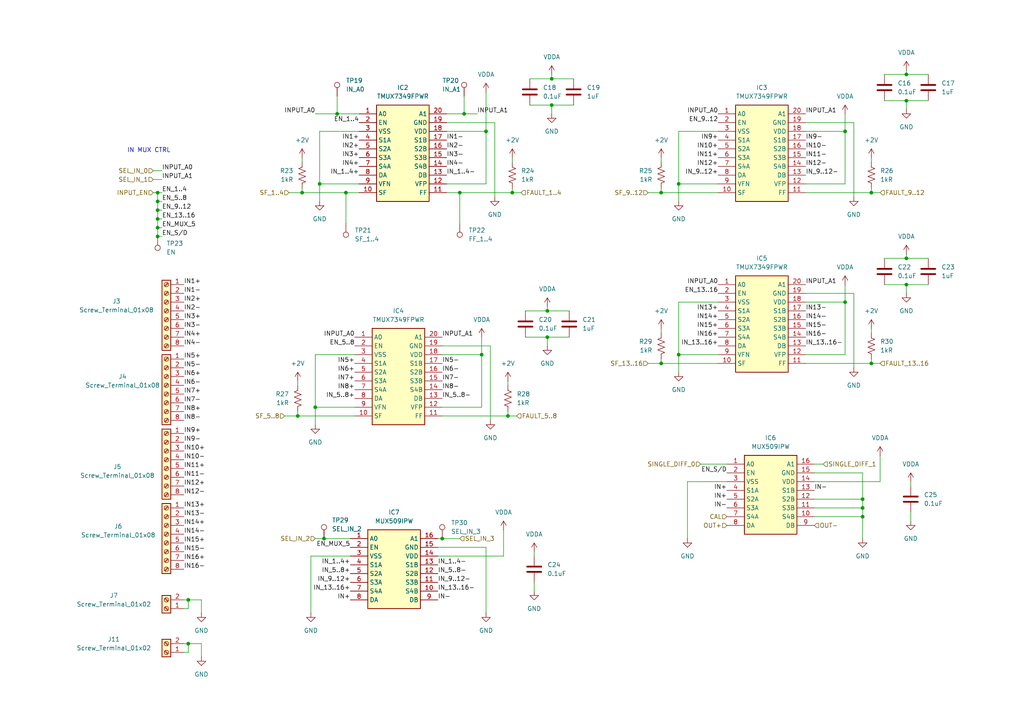
<source format=kicad_sch>
(kicad_sch (version 20250114) (generator "eeschema") (generator_version "9.0")
  (paper "A4")
  (lib_symbols
    (symbol "Connector:Screw_Terminal_01x02" (pin_names (offset 1.016) (hide yes))
      (property "Reference" "J" (at 0 2.54 0))
      (property "Value" "Screw_Terminal_01x02" (at 0 -5.08 0))
      (symbol "Screw_Terminal_01x02_1_1"
        (rectangle (start -1.27 1.27) (end 1.27 -3.81) (stroke (width 0.254)) (fill (type background)))
        (polyline (pts (xy -0.5334 0.3302) (xy 0.3302 -0.508)) (stroke (width 0.1524)))
        (polyline (pts (xy -0.5334 -2.2098) (xy 0.3302 -3.048)) (stroke (width 0.1524)))
        (polyline (pts (xy -0.3556 0.508) (xy 0.508 -0.3302)) (stroke (width 0.1524)))
        (polyline (pts (xy -0.3556 -2.032) (xy 0.508 -2.8702)) (stroke (width 0.1524)))
        (circle (center 0 0) (radius 0.635) (stroke (width 0.1524)))
        (circle (center 0 -2.54) (radius 0.635) (stroke (width 0.1524)))
        (pin passive line (at -5.08 0 0) (length 3.81) (name "Pin_1") (number "1"))
        (pin passive line (at -5.08 -2.54 0) (length 3.81) (name "Pin_2") (number "2"))
      )
    )
    (symbol "Connector:Screw_Terminal_01x08" (pin_names (offset 1.016) (hide yes))
      (property "Reference" "J" (at 0 10.16 0))
      (property "Value" "Screw_Terminal_01x08" (at 0 -12.7 0))
      (symbol "Screw_Terminal_01x08_1_1"
        (rectangle (start -1.27 8.89) (end 1.27 -11.43) (stroke (width 0.254)) (fill (type background)))
        (polyline (pts (xy -0.5334 7.9502) (xy 0.3302 7.112)) (stroke (width 0.1524)))
        (polyline (pts (xy -0.5334 5.4102) (xy 0.3302 4.572)) (stroke (width 0.1524)))
        (polyline (pts (xy -0.5334 2.8702) (xy 0.3302 2.032)) (stroke (width 0.1524)))
        (polyline (pts (xy -0.5334 0.3302) (xy 0.3302 -0.508)) (stroke (width 0.1524)))
        (polyline (pts (xy -0.5334 -2.2098) (xy 0.3302 -3.048)) (stroke (width 0.1524)))
        (polyline (pts (xy -0.5334 -4.7498) (xy 0.3302 -5.588)) (stroke (width 0.1524)))
        (polyline (pts (xy -0.5334 -7.2898) (xy 0.3302 -8.128)) (stroke (width 0.1524)))
        (polyline (pts (xy -0.5334 -9.8298) (xy 0.3302 -10.668)) (stroke (width 0.1524)))
        (polyline (pts (xy -0.3556 8.128) (xy 0.508 7.2898)) (stroke (width 0.1524)))
        (polyline (pts (xy -0.3556 5.588) (xy 0.508 4.7498)) (stroke (width 0.1524)))
        (polyline (pts (xy -0.3556 3.048) (xy 0.508 2.2098)) (stroke (width 0.1524)))
        (polyline (pts (xy -0.3556 0.508) (xy 0.508 -0.3302)) (stroke (width 0.1524)))
        (polyline (pts (xy -0.3556 -2.032) (xy 0.508 -2.8702)) (stroke (width 0.1524)))
        (polyline (pts (xy -0.3556 -4.572) (xy 0.508 -5.4102)) (stroke (width 0.1524)))
        (polyline (pts (xy -0.3556 -7.112) (xy 0.508 -7.9502)) (stroke (width 0.1524)))
        (polyline (pts (xy -0.3556 -9.652) (xy 0.508 -10.4902)) (stroke (width 0.1524)))
        (circle (center 0 7.62) (radius 0.635) (stroke (width 0.1524)))
        (circle (center 0 5.08) (radius 0.635) (stroke (width 0.1524)))
        (circle (center 0 2.54) (radius 0.635) (stroke (width 0.1524)))
        (circle (center 0 0) (radius 0.635) (stroke (width 0.1524)))
        (circle (center 0 -2.54) (radius 0.635) (stroke (width 0.1524)))
        (circle (center 0 -5.08) (radius 0.635) (stroke (width 0.1524)))
        (circle (center 0 -7.62) (radius 0.635) (stroke (width 0.1524)))
        (circle (center 0 -10.16) (radius 0.635) (stroke (width 0.1524)))
        (pin passive line (at -5.08 7.62 0) (length 3.81) (name "Pin_1") (number "1"))
        (pin passive line (at -5.08 5.08 0) (length 3.81) (name "Pin_2") (number "2"))
        (pin passive line (at -5.08 2.54 0) (length 3.81) (name "Pin_3") (number "3"))
        (pin passive line (at -5.08 0 0) (length 3.81) (name "Pin_4") (number "4"))
        (pin passive line (at -5.08 -2.54 0) (length 3.81) (name "Pin_5") (number "5"))
        (pin passive line (at -5.08 -5.08 0) (length 3.81) (name "Pin_6") (number "6"))
        (pin passive line (at -5.08 -7.62 0) (length 3.81) (name "Pin_7") (number "7"))
        (pin passive line (at -5.08 -10.16 0) (length 3.81) (name "Pin_8") (number "8"))
      )
    )
    (symbol "Connector:TestPoint" (pin_numbers (hide yes)) (pin_names (offset 0.762) (hide yes))
      (property "Reference" "TP" (at 0 6.858 0))
      (property "Value" "TestPoint" (at 0 5.08 0))
      (symbol "TestPoint_0_1"
        (circle (center 0 3.302) (radius 0.762))
      )
      (symbol "TestPoint_1_1"
        (pin passive line (at 0 0 90) (length 2.54) (name "1") (number "1"))
      )
    )
    (symbol "Device:C" (pin_numbers (hide yes)) (pin_names (offset 0.254))
      (property "Reference" "C" (at 0.635 2.54 0))
      (property "Value" "C" (at 0.635 -2.54 0))
      (symbol "C_0_1"
        (polyline (pts (xy -2.032 0.762) (xy 2.032 0.762)) (stroke (width 0.508)))
        (polyline (pts (xy -2.032 -0.762) (xy 2.032 -0.762)) (stroke (width 0.508)))
      )
      (symbol "C_1_1"
        (pin passive line (at 0 3.81 270) (length 2.794) (name "~") (number "1"))
        (pin passive line (at 0 -3.81 90) (length 2.794) (name "~") (number "2"))
      )
    )
    (symbol "Device:R_US" (pin_numbers (hide yes)) (pin_names (offset 0))
      (property "Reference" "R" (at 2.54 0 90))
      (property "Value" "R_US" (at -2.54 0 90))
      (symbol "R_US_0_1"
        (polyline (pts (xy 0 2.286) (xy 0 2.54)))
        (polyline (pts (xy 0 2.286) (xy 1.016 1.905) (xy 0 1.524) (xy -1.016 1.143) (xy 0 0.762)))
        (polyline (pts (xy 0 0.762) (xy 1.016 0.381) (xy 0 0) (xy -1.016 -0.381) (xy 0 -0.762)))
        (polyline (pts (xy 0 -0.762) (xy 1.016 -1.143) (xy 0 -1.524) (xy -1.016 -1.905) (xy 0 -2.286)))
        (polyline (pts (xy 0 -2.286) (xy 0 -2.54)))
      )
      (symbol "R_US_1_1"
        (pin passive line (at 0 3.81 270) (length 1.27) (name "~") (number "1"))
        (pin passive line (at 0 -3.81 90) (length 1.27) (name "~") (number "2"))
      )
    )
    (symbol "TMUX7349FPWR_1"
      (property "Reference" "IC" (at 21.59 7.62 0))
      (property "Value" "TMUX7349FPWR" (at 21.59 5.08 0))
      (symbol "TMUX7349FPWR_1_1_1"
        (rectangle (start 5.08 2.54) (end 20.32 -25.4) (stroke (width 0.254)) (fill (type background)))
        (pin passive line (at 0 0 0) (length 5.08) (name "A0") (number "1"))
        (pin passive line (at 0 -2.54 0) (length 5.08) (name "EN") (number "2"))
        (pin passive line (at 0 -5.08 0) (length 5.08) (name "VSS") (number "3"))
        (pin passive line (at 0 -7.62 0) (length 5.08) (name "S1A") (number "4"))
        (pin passive line (at 0 -10.16 0) (length 5.08) (name "S2A") (number "5"))
        (pin passive line (at 0 -12.7 0) (length 5.08) (name "S3A") (number "6"))
        (pin passive line (at 0 -15.24 0) (length 5.08) (name "S4A") (number "7"))
        (pin passive line (at 0 -17.78 0) (length 5.08) (name "DA") (number "8"))
        (pin passive line (at 0 -20.32 0) (length 5.08) (name "VFN") (number "9"))
        (pin passive line (at 0 -22.86 0) (length 5.08) (name "SF") (number "10"))
        (pin passive line (at 25.4 0 180) (length 5.08) (name "A1") (number "20"))
        (pin passive line (at 25.4 -2.54 180) (length 5.08) (name "GND") (number "19"))
        (pin passive line (at 25.4 -5.08 180) (length 5.08) (name "VDD") (number "18"))
        (pin passive line (at 25.4 -7.62 180) (length 5.08) (name "S1B") (number "17"))
        (pin passive line (at 25.4 -10.16 180) (length 5.08) (name "S2B") (number "16"))
        (pin passive line (at 25.4 -12.7 180) (length 5.08) (name "S3B") (number "15"))
        (pin passive line (at 25.4 -15.24 180) (length 5.08) (name "S4B") (number "14"))
        (pin passive line (at 25.4 -17.78 180) (length 5.08) (name "DB") (number "13"))
        (pin passive line (at 25.4 -20.32 180) (length 5.08) (name "VFP") (number "12"))
        (pin passive line (at 25.4 -22.86 180) (length 5.08) (name "FF") (number "11"))
      )
    )
    (symbol "input_board:+2V" (power) (pin_numbers (hide yes)) (pin_names (offset 0) (hide yes))
      (property "Value" "+2V" (at 0 3.556 0))
      (symbol "+2V_0_1"
        (polyline (pts (xy -0.762 1.27) (xy 0 2.54)))
        (polyline (pts (xy 0 2.54) (xy 0.762 1.27)))
        (polyline (pts (xy 0 0) (xy 0 2.54)))
      )
      (symbol "+2V_1_1"
        (pin power_in line (at 0 0 90) (length 0) (name "~") (number "1"))
      )
    )
    (symbol "input_board:MUX509IPW"
      (property "Reference" "IC" (at 21.59 7.62 0))
      (property "Value" "MUX509IPW" (at 21.59 5.08 0))
      (symbol "MUX509IPW_1_1"
        (rectangle (start 5.08 2.54) (end 20.32 -20.32) (stroke (width 0.254)) (fill (type background)))
        (pin passive line (at 0 0 0) (length 5.08) (name "A0") (number "1"))
        (pin passive line (at 0 -2.54 0) (length 5.08) (name "EN") (number "2"))
        (pin passive line (at 0 -5.08 0) (length 5.08) (name "VSS") (number "3"))
        (pin passive line (at 0 -7.62 0) (length 5.08) (name "S1A") (number "4"))
        (pin passive line (at 0 -10.16 0) (length 5.08) (name "S2A") (number "5"))
        (pin passive line (at 0 -12.7 0) (length 5.08) (name "S3A") (number "6"))
        (pin passive line (at 0 -15.24 0) (length 5.08) (name "S4A") (number "7"))
        (pin passive line (at 0 -17.78 0) (length 5.08) (name "DA") (number "8"))
        (pin passive line (at 25.4 0 180) (length 5.08) (name "A1") (number "16"))
        (pin passive line (at 25.4 -2.54 180) (length 5.08) (name "GND") (number "15"))
        (pin passive line (at 25.4 -5.08 180) (length 5.08) (name "VDD") (number "14"))
        (pin passive line (at 25.4 -7.62 180) (length 5.08) (name "S1B") (number "13"))
        (pin passive line (at 25.4 -10.16 180) (length 5.08) (name "S2B") (number "12"))
        (pin passive line (at 25.4 -12.7 180) (length 5.08) (name "S3B") (number "11"))
        (pin passive line (at 25.4 -15.24 180) (length 5.08) (name "S4B") (number "10"))
        (pin passive line (at 25.4 -17.78 180) (length 5.08) (name "DB") (number "9"))
      )
    )
    (symbol "input_board:TMUX7349FPWR"
      (property "Reference" "IC" (at 21.59 7.62 0))
      (property "Value" "TMUX7349FPWR" (at 21.59 5.08 0))
      (symbol "TMUX7349FPWR_1_1"
        (rectangle (start 5.08 2.54) (end 20.32 -25.4) (stroke (width 0.254)) (fill (type background)))
        (pin passive line (at 0 0 0) (length 5.08) (name "A0") (number "1"))
        (pin passive line (at 0 -2.54 0) (length 5.08) (name "EN") (number "2"))
        (pin passive line (at 0 -5.08 0) (length 5.08) (name "VSS") (number "3"))
        (pin passive line (at 0 -7.62 0) (length 5.08) (name "S1A") (number "4"))
        (pin passive line (at 0 -10.16 0) (length 5.08) (name "S2A") (number "5"))
        (pin passive line (at 0 -12.7 0) (length 5.08) (name "S3A") (number "6"))
        (pin passive line (at 0 -15.24 0) (length 5.08) (name "S4A") (number "7"))
        (pin passive line (at 0 -17.78 0) (length 5.08) (name "DA") (number "8"))
        (pin passive line (at 0 -20.32 0) (length 5.08) (name "VFN") (number "9"))
        (pin passive line (at 0 -22.86 0) (length 5.08) (name "SF") (number "10"))
        (pin passive line (at 25.4 0 180) (length 5.08) (name "A1") (number "20"))
        (pin passive line (at 25.4 -2.54 180) (length 5.08) (name "GND") (number "19"))
        (pin passive line (at 25.4 -5.08 180) (length 5.08) (name "VDD") (number "18"))
        (pin passive line (at 25.4 -7.62 180) (length 5.08) (name "S1B") (number "17"))
        (pin passive line (at 25.4 -10.16 180) (length 5.08) (name "S2B") (number "16"))
        (pin passive line (at 25.4 -12.7 180) (length 5.08) (name "S3B") (number "15"))
        (pin passive line (at 25.4 -15.24 180) (length 5.08) (name "S4B") (number "14"))
        (pin passive line (at 25.4 -17.78 180) (length 5.08) (name "DB") (number "13"))
        (pin passive line (at 25.4 -20.32 180) (length 5.08) (name "VFP") (number "12"))
        (pin passive line (at 25.4 -22.86 180) (length 5.08) (name "FF") (number "11"))
      )
    )
    (symbol "power:GND" (power) (pin_numbers (hide yes)) (pin_names (offset 0) (hide yes))
      (property "Value" "GND" (at 0 -3.81 0))
      (symbol "GND_0_1"
        (polyline (pts (xy 0 0) (xy 0 -1.27) (xy 1.27 -1.27) (xy 0 -2.54) (xy -1.27 -1.27) (xy 0 -1.27)))
      )
      (symbol "GND_1_1"
        (pin power_in line (at 0 0 270) (length 0) (name "~") (number "1"))
      )
    )
    (symbol "power:VDDA" (power) (pin_numbers (hide yes)) (pin_names (offset 0) (hide yes))
      (property "Value" "VDDA" (at 0 3.556 0))
      (symbol "VDDA_0_1"
        (polyline (pts (xy -0.762 1.27) (xy 0 2.54)))
        (polyline (pts (xy 0 2.54) (xy 0.762 1.27)))
        (polyline (pts (xy 0 0) (xy 0 2.54)))
      )
      (symbol "VDDA_1_1"
        (pin power_in line (at 0 0 90) (length 0) (name "~") (number "1"))
      )
    )
  )
  (text "IN MUX CTRL" (at 43.18 43.688 0) (effects (font (size 1.27 1.27))))
  (junction (at 158.75 97.79))
  (junction (at 262.89 21.59))
  (junction (at 97.79 33.02))
  (junction (at 191.77 55.88))
  (junction (at 87.63 55.88))
  (junction (at 191.77 105.41))
  (junction (at 250.19 147.32))
  (junction (at 196.85 102.87))
  (junction (at 45.72 68.58))
  (junction (at 45.72 63.5))
  (junction (at 133.35 55.88))
  (junction (at 140.97 38.1))
  (junction (at 148.59 55.88))
  (junction (at 54.61 173.99))
  (junction (at 262.89 29.21))
  (junction (at 160.02 30.48))
  (junction (at 86.36 120.65))
  (junction (at 45.72 66.04))
  (junction (at 196.85 53.34))
  (junction (at 245.11 87.63))
  (junction (at 160.02 22.86))
  (junction (at 250.19 149.86))
  (junction (at 245.11 38.1))
  (junction (at 91.44 118.11))
  (junction (at 158.75 90.17))
  (junction (at 128.27 156.21))
  (junction (at 139.7 102.87))
  (junction (at 252.73 105.41))
  (junction (at 262.89 74.93))
  (junction (at 93.98 156.21))
  (junction (at 100.33 55.88))
  (junction (at 262.89 82.55))
  (junction (at 45.72 58.42))
  (junction (at 134.62 33.02))
  (junction (at 45.72 55.88))
  (junction (at 92.71 53.34))
  (junction (at 147.32 120.65))
  (junction (at 45.72 60.96))
  (junction (at 54.61 186.69))
  (junction (at 252.73 55.88))
  (junction (at 250.19 144.78))
  (wire (pts (xy 142.24 100.33) (xy 142.24 121.92)))
  (wire (pts (xy 196.85 53.34) (xy 208.28 53.34)))
  (wire (pts (xy 86.36 110.49) (xy 86.36 111.76)))
  (wire (pts (xy 203.2 134.62) (xy 210.82 134.62)))
  (wire (pts (xy 160.02 21.59) (xy 160.02 22.86)))
  (wire (pts (xy 191.77 45.72) (xy 191.77 46.99)))
  (wire (pts (xy 86.36 120.65) (xy 102.87 120.65)))
  (wire (pts (xy 250.19 149.86) (xy 250.19 156.21)))
  (wire (pts (xy 45.72 55.88) (xy 45.72 58.42)))
  (wire (pts (xy 146.05 161.29) (xy 146.05 153.67)))
  (wire (pts (xy 245.11 102.87) (xy 245.11 87.63)))
  (wire (pts (xy 245.11 87.63) (xy 245.11 82.55)))
  (wire (pts (xy 134.62 27.94) (xy 134.62 33.02)))
  (wire (pts (xy 152.4 90.17) (xy 158.75 90.17)))
  (wire (pts (xy 148.59 55.88) (xy 133.35 55.88)))
  (wire (pts (xy 140.97 38.1) (xy 140.97 26.67)))
  (wire (pts (xy 138.43 33.02) (xy 134.62 33.02)))
  (wire (pts (xy 256.54 74.93) (xy 262.89 74.93)))
  (wire (pts (xy 153.67 22.86) (xy 160.02 22.86)))
  (wire (pts (xy 104.14 38.1) (xy 92.71 38.1)))
  (wire (pts (xy 252.73 95.25) (xy 252.73 96.52)))
  (wire (pts (xy 233.68 85.09) (xy 247.65 85.09)))
  (wire (pts (xy 45.72 68.58) (xy 45.72 66.04)))
  (wire (pts (xy 46.99 68.58) (xy 45.72 68.58)))
  (wire (pts (xy 133.35 156.21) (xy 128.27 156.21)))
  (wire (pts (xy 233.68 102.87) (xy 245.11 102.87)))
  (wire (pts (xy 262.89 73.66) (xy 262.89 74.93)))
  (wire (pts (xy 236.22 139.7) (xy 255.27 139.7)))
  (wire (pts (xy 92.71 38.1) (xy 92.71 53.34)))
  (wire (pts (xy 252.73 105.41) (xy 233.68 105.41)))
  (wire (pts (xy 262.89 74.93) (xy 269.24 74.93)))
  (wire (pts (xy 255.27 105.41) (xy 252.73 105.41)))
  (wire (pts (xy 54.61 173.99) (xy 54.61 176.53)))
  (wire (pts (xy 196.85 102.87) (xy 196.85 107.95)))
  (wire (pts (xy 191.77 55.88) (xy 208.28 55.88)))
  (wire (pts (xy 58.42 186.69) (xy 58.42 190.5)))
  (wire (pts (xy 139.7 118.11) (xy 139.7 102.87)))
  (wire (pts (xy 53.34 189.23) (xy 54.61 189.23)))
  (wire (pts (xy 151.13 55.88) (xy 148.59 55.88)))
  (wire (pts (xy 127 161.29) (xy 146.05 161.29)))
  (wire (pts (xy 191.77 95.25) (xy 191.77 96.52)))
  (wire (pts (xy 93.98 156.21) (xy 101.6 156.21)))
  (wire (pts (xy 83.82 55.88) (xy 87.63 55.88)))
  (wire (pts (xy 58.42 173.99) (xy 58.42 177.8)))
  (wire (pts (xy 160.02 30.48) (xy 166.37 30.48)))
  (wire (pts (xy 87.63 45.72) (xy 87.63 46.99)))
  (wire (pts (xy 152.4 97.79) (xy 158.75 97.79)))
  (wire (pts (xy 91.44 156.21) (xy 93.98 156.21)))
  (wire (pts (xy 46.99 60.96) (xy 45.72 60.96)))
  (wire (pts (xy 262.89 29.21) (xy 269.24 29.21)))
  (wire (pts (xy 236.22 144.78) (xy 250.19 144.78)))
  (wire (pts (xy 238.76 134.62) (xy 236.22 134.62)))
  (wire (pts (xy 82.55 120.65) (xy 86.36 120.65)))
  (wire (pts (xy 196.85 102.87) (xy 208.28 102.87)))
  (wire (pts (xy 236.22 149.86) (xy 250.19 149.86)))
  (wire (pts (xy 252.73 54.61) (xy 252.73 55.88)))
  (wire (pts (xy 256.54 82.55) (xy 262.89 82.55)))
  (wire (pts (xy 54.61 173.99) (xy 58.42 173.99)))
  (wire (pts (xy 140.97 158.75) (xy 140.97 177.8)))
  (wire (pts (xy 245.11 38.1) (xy 245.11 33.02)))
  (wire (pts (xy 45.72 66.04) (xy 46.99 66.04)))
  (wire (pts (xy 255.27 139.7) (xy 255.27 132.08)))
  (wire (pts (xy 100.33 55.88) (xy 100.33 64.77)))
  (wire (pts (xy 191.77 104.14) (xy 191.77 105.41)))
  (wire (pts (xy 158.75 97.79) (xy 158.75 100.33)))
  (wire (pts (xy 86.36 119.38) (xy 86.36 120.65)))
  (wire (pts (xy 256.54 21.59) (xy 262.89 21.59)))
  (wire (pts (xy 262.89 29.21) (xy 262.89 31.75)))
  (wire (pts (xy 46.99 49.53) (xy 44.45 49.53)))
  (wire (pts (xy 250.19 147.32) (xy 250.19 149.86)))
  (wire (pts (xy 139.7 102.87) (xy 139.7 97.79)))
  (wire (pts (xy 129.54 38.1) (xy 140.97 38.1)))
  (wire (pts (xy 87.63 54.61) (xy 87.63 55.88)))
  (wire (pts (xy 147.32 110.49) (xy 147.32 111.76)))
  (wire (pts (xy 153.67 30.48) (xy 160.02 30.48)))
  (wire (pts (xy 100.33 55.88) (xy 104.14 55.88)))
  (wire (pts (xy 53.34 176.53) (xy 54.61 176.53)))
  (wire (pts (xy 97.79 33.02) (xy 104.14 33.02)))
  (wire (pts (xy 44.45 52.07) (xy 46.99 52.07)))
  (wire (pts (xy 45.72 60.96) (xy 45.72 58.42)))
  (wire (pts (xy 128.27 118.11) (xy 139.7 118.11)))
  (wire (pts (xy 133.35 55.88) (xy 129.54 55.88)))
  (wire (pts (xy 160.02 30.48) (xy 160.02 33.02)))
  (wire (pts (xy 208.28 38.1) (xy 196.85 38.1)))
  (wire (pts (xy 245.11 53.34) (xy 245.11 38.1)))
  (wire (pts (xy 262.89 82.55) (xy 269.24 82.55)))
  (wire (pts (xy 191.77 54.61) (xy 191.77 55.88)))
  (wire (pts (xy 44.45 55.88) (xy 45.72 55.88)))
  (wire (pts (xy 148.59 54.61) (xy 148.59 55.88)))
  (wire (pts (xy 160.02 22.86) (xy 166.37 22.86)))
  (wire (pts (xy 256.54 29.21) (xy 262.89 29.21)))
  (wire (pts (xy 158.75 88.9) (xy 158.75 90.17)))
  (wire (pts (xy 147.32 120.65) (xy 128.27 120.65)))
  (wire (pts (xy 45.72 66.04) (xy 45.72 63.5)))
  (wire (pts (xy 255.27 55.88) (xy 252.73 55.88)))
  (wire (pts (xy 143.51 35.56) (xy 143.51 57.15)))
  (wire (pts (xy 262.89 20.32) (xy 262.89 21.59)))
  (wire (pts (xy 264.16 148.59) (xy 264.16 151.13)))
  (wire (pts (xy 87.63 55.88) (xy 100.33 55.88)))
  (wire (pts (xy 91.44 118.11) (xy 102.87 118.11)))
  (wire (pts (xy 101.6 161.29) (xy 90.17 161.29)))
  (wire (pts (xy 233.68 53.34) (xy 245.11 53.34)))
  (wire (pts (xy 54.61 186.69) (xy 54.61 189.23)))
  (wire (pts (xy 127 158.75) (xy 140.97 158.75)))
  (wire (pts (xy 54.61 186.69) (xy 58.42 186.69)))
  (wire (pts (xy 97.79 27.94) (xy 97.79 33.02)))
  (wire (pts (xy 262.89 21.59) (xy 269.24 21.59)))
  (wire (pts (xy 196.85 53.34) (xy 196.85 58.42)))
  (wire (pts (xy 140.97 53.34) (xy 140.97 38.1)))
  (wire (pts (xy 252.73 55.88) (xy 233.68 55.88)))
  (wire (pts (xy 187.96 55.88) (xy 191.77 55.88)))
  (wire (pts (xy 252.73 45.72) (xy 252.73 46.99)))
  (wire (pts (xy 92.71 53.34) (xy 104.14 53.34)))
  (wire (pts (xy 191.77 105.41) (xy 208.28 105.41)))
  (wire (pts (xy 129.54 35.56) (xy 143.51 35.56)))
  (wire (pts (xy 233.68 35.56) (xy 247.65 35.56)))
  (wire (pts (xy 46.99 63.5) (xy 45.72 63.5)))
  (wire (pts (xy 45.72 58.42) (xy 46.99 58.42)))
  (wire (pts (xy 262.89 82.55) (xy 262.89 85.09)))
  (wire (pts (xy 247.65 85.09) (xy 247.65 106.68)))
  (wire (pts (xy 45.72 63.5) (xy 45.72 60.96)))
  (wire (pts (xy 187.96 105.41) (xy 191.77 105.41)))
  (wire (pts (xy 196.85 38.1) (xy 196.85 53.34)))
  (wire (pts (xy 90.17 161.29) (xy 90.17 177.8)))
  (wire (pts (xy 250.19 137.16) (xy 250.19 144.78)))
  (wire (pts (xy 236.22 137.16) (xy 250.19 137.16)))
  (wire (pts (xy 92.71 53.34) (xy 92.71 58.42)))
  (wire (pts (xy 129.54 53.34) (xy 140.97 53.34)))
  (wire (pts (xy 133.35 55.88) (xy 133.35 64.77)))
  (wire (pts (xy 233.68 38.1) (xy 245.11 38.1)))
  (wire (pts (xy 128.27 156.21) (xy 127 156.21)))
  (wire (pts (xy 233.68 87.63) (xy 245.11 87.63)))
  (wire (pts (xy 128.27 100.33) (xy 142.24 100.33)))
  (wire (pts (xy 45.72 55.88) (xy 46.99 55.88)))
  (wire (pts (xy 247.65 35.56) (xy 247.65 57.15)))
  (wire (pts (xy 210.82 139.7) (xy 199.39 139.7)))
  (wire (pts (xy 196.85 87.63) (xy 196.85 102.87)))
  (wire (pts (xy 91.44 33.02) (xy 97.79 33.02)))
  (wire (pts (xy 128.27 102.87) (xy 139.7 102.87)))
  (wire (pts (xy 236.22 147.32) (xy 250.19 147.32)))
  (wire (pts (xy 208.28 87.63) (xy 196.85 87.63)))
  (wire (pts (xy 199.39 139.7) (xy 199.39 156.21)))
  (wire (pts (xy 148.59 45.72) (xy 148.59 46.99)))
  (wire (pts (xy 250.19 144.78) (xy 250.19 147.32)))
  (wire (pts (xy 91.44 102.87) (xy 91.44 118.11)))
  (wire (pts (xy 147.32 119.38) (xy 147.32 120.65)))
  (wire (pts (xy 91.44 118.11) (xy 91.44 123.19)))
  (wire (pts (xy 134.62 33.02) (xy 129.54 33.02)))
  (wire (pts (xy 53.34 173.99) (xy 54.61 173.99)))
  (wire (pts (xy 102.87 102.87) (xy 91.44 102.87)))
  (wire (pts (xy 264.16 139.7) (xy 264.16 140.97)))
  (wire (pts (xy 158.75 97.79) (xy 165.1 97.79)))
  (wire (pts (xy 149.86 120.65) (xy 147.32 120.65)))
  (wire (pts (xy 154.94 168.91) (xy 154.94 171.45)))
  (wire (pts (xy 252.73 104.14) (xy 252.73 105.41)))
  (wire (pts (xy 53.34 186.69) (xy 54.61 186.69)))
  (wire (pts (xy 154.94 160.02) (xy 154.94 161.29)))
  (wire (pts (xy 158.75 90.17) (xy 165.1 90.17)))
  (label "EN_1..4" (at 104.14 35.56 180))
  (label "EN_1..4" (at 46.99 55.88 0))
  (label "IN13+" (at 208.28 90.17 180))
  (label "IN_13..16-" (at 127 171.45 0))
  (label "IN10-" (at 233.68 43.18 0))
  (label "IN+" (at 210.82 144.78 180))
  (label "IN4+" (at 53.34 97.79 0))
  (label "EN_S{slash}D" (at 46.99 68.58 0))
  (label "IN2+" (at 53.34 87.63 0))
  (label "IN_5..8+" (at 101.6 166.37 180))
  (label "IN4-" (at 53.34 100.33 0))
  (label "IN10-" (at 53.34 133.35 0))
  (label "INPUT_A1" (at 233.68 82.55 0))
  (label "IN_9..12+" (at 208.28 50.8 180))
  (label "EN_5..8" (at 46.99 58.42 0))
  (label "IN3-" (at 53.34 95.25 0))
  (label "INPUT_A1" (at 46.99 52.07 0))
  (label "IN3+" (at 53.34 92.71 0))
  (label "IN16-" (at 233.68 97.79 0))
  (label "IN6-" (at 128.27 107.95 0))
  (label "IN11+" (at 53.34 135.89 0))
  (label "IN3-" (at 129.54 45.72 0))
  (label "IN-" (at 236.22 142.24 0))
  (label "IN9+" (at 53.34 125.73 0))
  (label "IN_5..8-" (at 127 166.37 0))
  (label "INPUT_A1" (at 233.68 33.02 0))
  (label "IN_13..16+" (at 101.6 171.45 180))
  (label "IN-" (at 210.82 147.32 180))
  (label "IN4+" (at 104.14 48.26 180))
  (label "IN9+" (at 208.28 40.64 180))
  (label "IN+" (at 210.82 142.24 180))
  (label "IN12-" (at 233.68 48.26 0))
  (label "INPUT_A1" (at 138.43 33.02 0))
  (label "IN10+" (at 208.28 43.18 180))
  (label "INPUT_A1" (at 128.27 97.79 0))
  (label "IN_13..16-" (at 233.68 100.33 0))
  (label "IN14-" (at 233.68 92.71 0))
  (label "IN2-" (at 53.34 90.17 0))
  (label "IN16+" (at 208.28 97.79 180))
  (label "IN13+" (at 53.34 147.32 0))
  (label "IN_1..4+" (at 104.14 50.8 180))
  (label "IN6-" (at 53.34 111.76 0))
  (label "IN_1..4-" (at 127 163.83 0))
  (label "IN11-" (at 53.34 138.43 0))
  (label "IN11+" (at 208.28 45.72 180))
  (label "IN2-" (at 129.54 43.18 0))
  (label "IN8-" (at 128.27 113.03 0))
  (label "IN_9..12-" (at 233.68 50.8 0))
  (label "IN3+" (at 104.14 45.72 180))
  (label "IN7+" (at 102.87 110.49 180))
  (label "IN7-" (at 53.34 116.84 0))
  (label "IN1-" (at 129.54 40.64 0))
  (label "IN1+" (at 104.14 40.64 180))
  (label "IN-" (at 127 173.99 0))
  (label "IN_9..12-" (at 127 168.91 0))
  (label "IN14-" (at 53.34 154.94 0))
  (label "INPUT_A0" (at 46.99 49.53 0))
  (label "IN5+" (at 53.34 104.14 0))
  (label "IN14+" (at 53.34 152.4 0))
  (label "IN15-" (at 233.68 95.25 0))
  (label "IN16+" (at 53.34 162.56 0))
  (label "IN14+" (at 208.28 92.71 180))
  (label "IN_13..16+" (at 208.28 100.33 180))
  (label "INPUT_A0" (at 91.44 33.02 180))
  (label "EN_5..8" (at 102.87 100.33 180))
  (label "IN8-" (at 53.34 121.92 0))
  (label "IN+" (at 101.6 173.99 180))
  (label "IN_1..4+" (at 101.6 163.83 180))
  (label "EN_13..16" (at 208.28 85.09 180))
  (label "IN5-" (at 128.27 105.41 0))
  (label "IN15+" (at 53.34 157.48 0))
  (label "IN9-" (at 53.34 128.27 0))
  (label "INPUT_A0" (at 208.28 82.55 180))
  (label "IN2+" (at 104.14 43.18 180))
  (label "IN9-" (at 233.68 40.64 0))
  (label "IN11-" (at 233.68 45.72 0))
  (label "IN_5..8-" (at 128.27 115.57 0))
  (label "IN8+" (at 53.34 119.38 0))
  (label "IN12+" (at 208.28 48.26 180))
  (label "IN7-" (at 128.27 110.49 0))
  (label "IN15+" (at 208.28 95.25 180))
  (label "IN7+" (at 53.34 114.3 0))
  (label "IN13-" (at 53.34 149.86 0))
  (label "IN15-" (at 53.34 160.02 0))
  (label "EN_MUX_5" (at 46.99 66.04 0))
  (label "IN12+" (at 53.34 140.97 0))
  (label "INPUT_A0" (at 102.87 97.79 180))
  (label "IN12-" (at 53.34 143.51 0))
  (label "IN_9..12+" (at 101.6 168.91 180))
  (label "INPUT_A0" (at 208.28 33.02 180))
  (label "IN16-" (at 53.34 165.1 0))
  (label "IN1+" (at 53.34 82.55 0))
  (label "EN_S{slash}D" (at 210.82 137.16 180))
  (label "IN5-" (at 53.34 106.68 0))
  (label "IN4-" (at 129.54 48.26 0))
  (label "IN_5..8+" (at 102.87 115.57 180))
  (label "EN_9..12" (at 46.99 60.96 0))
  (label "IN5+" (at 102.87 105.41 180))
  (label "IN6+" (at 53.34 109.22 0))
  (label "IN13-" (at 233.68 90.17 0))
  (label "IN_1..4-" (at 129.54 50.8 0))
  (label "IN10+" (at 53.34 130.81 0))
  (label "IN8+" (at 102.87 113.03 180))
  (label "EN_MUX_5" (at 101.6 158.75 180))
  (label "EN_9..12" (at 208.28 35.56 180))
  (label "IN1-" (at 53.34 85.09 0))
  (label "IN6+" (at 102.87 107.95 180))
  (label "EN_13..16" (at 46.99 63.5 0))
  (hierarchical_label "OUT-" (shape input) (at 236.22 152.4 0))
  (hierarchical_label "SF_5..8" (shape input) (at 82.55 120.65 180))
  (hierarchical_label "SEL_IN_2" (shape input) (at 91.44 156.21 180))
  (hierarchical_label "SF_1..4" (shape input) (at 83.82 55.88 180))
  (hierarchical_label "SEL_IN_0" (shape input) (at 44.45 49.53 180))
  (hierarchical_label "OUT+" (shape input) (at 210.82 152.4 180))
  (hierarchical_label "SF_13..16" (shape input) (at 187.96 105.41 180))
  (hierarchical_label "FAULT_5..8" (shape input) (at 149.86 120.65 0))
  (hierarchical_label "FAULT_9..12" (shape input) (at 255.27 55.88 0))
  (hierarchical_label "SINGLE_DIFF_0" (shape input) (at 203.2 134.62 180))
  (hierarchical_label "SINGLE_DIFF_1" (shape input) (at 238.76 134.62 0))
  (hierarchical_label "SEL_IN_1" (shape input) (at 44.45 52.07 180))
  (hierarchical_label "SF_9..12" (shape input) (at 187.96 55.88 180))
  (hierarchical_label "FAULT_1..4" (shape input) (at 151.13 55.88 0))
  (hierarchical_label "CAL" (shape input) (at 210.82 149.86 180))
  (hierarchical_label "FAULT_13..16" (shape input) (at 255.27 105.41 0))
  (hierarchical_label "SEL_IN_3" (shape input) (at 133.35 156.21 0))
  (hierarchical_label "INPUT_EN" (shape input) (at 44.45 55.88 180))
  (symbol (lib_id "power:GND") (at 247.65 106.68 0) (unit 1)
    (property "Reference" "#PWR057" (effects (hide yes)))
    (property "Value" "GND" (at 247.65 111.76 0))
    (property "Description" "Power symbol creates a global label with name \"GND\" , ground" (effects (hide yes)))
  )
  (symbol (lib_id "power:VDDA") (at 262.89 20.32 0) (unit 1)
    (property "Reference" "#PWR032" (effects (hide yes)))
    (property "Value" "VDDA" (at 262.89 15.24 0))
    (property "Description" "Power symbol creates a global label with name \"VDDA\"" (effects (hide yes)))
  )
  (symbol (lib_id "Device:R_US") (at 252.73 50.8 180) (unit 1)
    (property "Reference" "R26" (at 255.27 49.5299 0) (effects (justify right)))
    (property "Value" "1kR" (at 255.27 52.0699 0) (effects (justify right)))
    (property "Footprint" "Resistor_SMD:R_0805_2012Metric_Pad1.20x1.40mm_HandSolder" (effects (hide yes)))
    (property "Description" "Resistor, US symbol" (effects (hide yes)))
  )
  (symbol (lib_id "Connector:Screw_Terminal_01x08") (at 48.26 154.94 0) (mirror y) (unit 1)
    (property "Reference" "J6" (at 34.29 152.654 0))
    (property "Value" "Screw_Terminal_01x08" (at 34.29 155.194 0))
    (property "Footprint" "TerminalBlock_Phoenix:TerminalBlock_Phoenix_MPT-0,5-8-2.54_1x08_P2.54mm_Horizontal" (effects (hide yes)))
    (property "Description" "Generic screw terminal, single row, 01x08, script generated (kicad-library-utils/schlib/autogen/connector/)" (effects (hide yes)))
  )
  (symbol (lib_id "power:VDDA") (at 245.11 33.02 0) (unit 1)
    (property "Reference" "#PWR037" (effects (hide yes)))
    (property "Value" "VDDA" (at 245.11 27.94 0))
    (property "Description" "Power symbol creates a global label with name \"VDDA\"" (effects (hide yes)))
  )
  (symbol (lib_id "power:VDDA") (at 146.05 153.67 0) (unit 1)
    (property "Reference" "#PWR061" (effects (hide yes)))
    (property "Value" "VDDA" (at 146.05 148.59 0))
    (property "Description" "Power symbol creates a global label with name \"VDDA\"" (effects (hide yes)))
  )
  (symbol (lib_id "Device:C") (at 154.94 165.1 0) (unit 1)
    (property "Reference" "C24" (at 158.75 163.8299 0) (effects (justify left)))
    (property "Value" "0.1uF" (at 158.75 166.3699 0) (effects (justify left)))
    (property "Footprint" "Capacitor_SMD:C_0805_2012Metric_Pad1.18x1.45mm_HandSolder" (effects (hide yes)))
    (property "Description" "Unpolarized capacitor" (effects (hide yes)))
  )
  (symbol (lib_id "power:GND") (at 90.17 177.8 0) (unit 1)
    (property "Reference" "#PWR068" (effects (hide yes)))
    (property "Value" "GND" (at 90.17 182.88 0))
    (property "Description" "Power symbol creates a global label with name \"GND\" , ground" (effects (hide yes)))
  )
  (symbol (lib_id "input_board:TMUX7349FPWR") (at 102.87 97.79 0) (unit 1)
    (property "Reference" "IC4" (at 115.57 90.17 0))
    (property "Value" "TMUX7349FPWR" (at 115.57 92.71 0))
    (property "Footprint" "input_board:SOP65P640X120-20N" (effects (hide yes)))
    (property "Datasheet" "https://www.ti.com/lit/gpn/tmux7348f" (effects (hide yes)))
    (property "Description" "Multiplexer Switch ICs +/-60V fault-protected, 2x 4:1 multiplexers with fault threshold, latch-up immunity and 1.8-V logic 20-TSSOP -40 to 125" (effects (hide yes)))
    (property "Height" "1.2" (effects (hide yes)))
    (property "Manufacturer_Name" "Texas Instruments" (effects (hide yes)))
    (property "Manufacturer_Part_Number" "TMUX7348FPWR" (effects (hide yes)))
    (property "Mouser Part Number" "595-TMUX7348FPWR" (effects (hide yes)))
    (property "Mouser Price/Stock" "https://www.mouser.co.uk/ProductDetail/Texas-Instruments/TMUX7348FPWR?qs=HoCaDK9Nz5cjixqNHZB%252B4A%3D%3D" (effects (hide yes)))
  )
  (symbol (lib_id "Device:C") (at 256.54 25.4 0) (unit 1)
    (property "Reference" "C16" (at 260.35 24.1299 0) (effects (justify left)))
    (property "Value" "0.1uF" (at 260.35 26.6699 0) (effects (justify left)))
    (property "Footprint" "Capacitor_SMD:C_0805_2012Metric_Pad1.18x1.45mm_HandSolder" (effects (hide yes)))
    (property "Description" "Unpolarized capacitor" (effects (hide yes)))
  )
  (symbol (lib_id "input_board:+2V") (at 86.36 110.49 0) (unit 1)
    (property "Reference" "#PWR052" (effects (hide yes)))
    (property "Value" "+2V" (at 86.36 105.41 0))
    (property "Description" "Power symbol creates a global label with name \"+2V\"" (effects (hide yes)))
  )
  (symbol (lib_id "power:GND") (at 142.24 121.92 0) (unit 1)
    (property "Reference" "#PWR056" (effects (hide yes)))
    (property "Value" "GND" (at 142.24 127 0))
    (property "Description" "Power symbol creates a global label with name \"GND\" , ground" (effects (hide yes)))
  )
  (symbol (lib_id "Connector:TestPoint") (at 97.79 27.94 0) (unit 1)
    (property "Reference" "TP19" (at 100.33 23.3679 0) (effects (justify left)))
    (property "Value" "IN_A0" (at 100.33 25.9079 0) (effects (justify left)))
    (property "Footprint" "TestPoint:TestPoint_Keystone_5000-5004_Miniature" (effects (hide yes)))
    (property "Description" "test point" (effects (hide yes)))
  )
  (symbol (lib_id "Device:R_US") (at 191.77 50.8 0) (mirror x) (unit 1)
    (property "Reference" "R25" (at 189.23 49.5299 0) (effects (justify right)))
    (property "Value" "1kR" (at 189.23 52.0699 0) (effects (justify right)))
    (property "Footprint" "Resistor_SMD:R_0805_2012Metric_Pad1.20x1.40mm_HandSolder" (effects (hide yes)))
    (property "Description" "Resistor, US symbol" (effects (hide yes)))
  )
  (symbol (lib_id "Connector:TestPoint") (at 133.35 64.77 180) (unit 1)
    (property "Reference" "TP22" (at 135.89 66.8019 0) (effects (justify right)))
    (property "Value" "FF_1..4" (at 135.89 69.3419 0) (effects (justify right)))
    (property "Footprint" "TestPoint:TestPoint_Keystone_5000-5004_Miniature" (effects (hide yes)))
    (property "Description" "test point" (effects (hide yes)))
  )
  (symbol (lib_id "power:VDDA") (at 255.27 132.08 0) (unit 1)
    (property "Reference" "#PWR060" (effects (hide yes)))
    (property "Value" "VDDA" (at 255.27 127 0))
    (property "Description" "Power symbol creates a global label with name \"VDDA\"" (effects (hide yes)))
  )
  (symbol (lib_id "Connector:Screw_Terminal_01x08") (at 48.26 111.76 0) (mirror y) (unit 1)
    (property "Reference" "J4" (at 35.56 109.22 0))
    (property "Value" "Screw_Terminal_01x08" (at 35.56 111.76 0))
    (property "Footprint" "TerminalBlock_Phoenix:TerminalBlock_Phoenix_MPT-0,5-8-2.54_1x08_P2.54mm_Horizontal" (effects (hide yes)))
    (property "Description" "Generic screw terminal, single row, 01x08, script generated (kicad-library-utils/schlib/autogen/connector/)" (effects (hide yes)))
  )
  (symbol (lib_id "power:VDDA") (at 264.16 139.7 0) (unit 1)
    (property "Reference" "#PWR063" (effects (hide yes)))
    (property "Value" "VDDA" (at 264.16 134.62 0))
    (property "Description" "Power symbol creates a global label with name \"VDDA\"" (effects (hide yes)))
  )
  (symbol (lib_id "power:VDDA") (at 140.97 26.67 0) (unit 1)
    (property "Reference" "#PWR035" (effects (hide yes)))
    (property "Value" "VDDA" (at 140.97 21.59 0))
    (property "Description" "Power symbol creates a global label with name \"VDDA\"" (effects (hide yes)))
  )
  (symbol (lib_id "power:GND") (at 196.85 58.42 0) (unit 1)
    (property "Reference" "#PWR045" (effects (hide yes)))
    (property "Value" "GND" (at 196.85 63.5 0))
    (property "Description" "Power symbol creates a global label with name \"GND\" , ground" (effects (hide yes)))
  )
  (symbol (lib_id "Connector:Screw_Terminal_01x08") (at 48.26 90.17 0) (mirror y) (unit 1)
    (property "Reference" "J3" (at 33.782 87.376 0))
    (property "Value" "Screw_Terminal_01x08" (at 33.782 89.916 0))
    (property "Footprint" "TerminalBlock_Phoenix:TerminalBlock_Phoenix_MPT-0,5-8-2.54_1x08_P2.54mm_Horizontal" (effects (hide yes)))
    (property "Description" "Generic screw terminal, single row, 01x08, script generated (kicad-library-utils/schlib/autogen/connector/)" (effects (hide yes)))
  )
  (symbol (lib_id "power:GND") (at 199.39 156.21 0) (unit 1)
    (property "Reference" "#PWR066" (effects (hide yes)))
    (property "Value" "GND" (at 199.39 161.29 0))
    (property "Description" "Power symbol creates a global label with name \"GND\" , ground" (effects (hide yes)))
  )
  (symbol (lib_id "Connector:Screw_Terminal_01x02") (at 48.26 189.23 180) (unit 1)
    (property "Reference" "J11" (at 33.02 185.42 0))
    (property "Value" "Screw_Terminal_01x02" (at 33.02 187.96 0))
    (property "Footprint" "TerminalBlock_Phoenix:TerminalBlock_Phoenix_MPT-0,5-2-2.54_1x02_P2.54mm_Horizontal" (effects (hide yes)))
    (property "Description" "Generic screw terminal, single row, 01x02, script generated (kicad-library-utils/schlib/autogen/connector/)" (effects (hide yes)))
  )
  (symbol (lib_id "input_board:+2V") (at 191.77 45.72 0) (unit 1)
    (property "Reference" "#PWR040" (effects (hide yes)))
    (property "Value" "+2V" (at 191.77 40.64 0))
    (property "Description" "Power symbol creates a global label with name \"+2V\"" (effects (hide yes)))
  )
  (symbol (lib_id "power:GND") (at 91.44 123.19 0) (unit 1)
    (property "Reference" "#PWR058" (effects (hide yes)))
    (property "Value" "GND" (at 91.44 128.27 0))
    (property "Description" "Power symbol creates a global label with name \"GND\" , ground" (effects (hide yes)))
  )
  (symbol (lib_id "Device:C") (at 269.24 78.74 0) (unit 1)
    (property "Reference" "C23" (at 273.05 77.4699 0) (effects (justify left)))
    (property "Value" "1uF" (at 273.05 80.0099 0) (effects (justify left)))
    (property "Footprint" "Capacitor_SMD:C_0805_2012Metric_Pad1.18x1.45mm_HandSolder" (effects (hide yes)))
    (property "Description" "Unpolarized capacitor" (effects (hide yes)))
  )
  (symbol (lib_id "power:VDDA") (at 154.94 160.02 0) (unit 1)
    (property "Reference" "#PWR062" (effects (hide yes)))
    (property "Value" "VDDA" (at 154.94 154.94 0))
    (property "Description" "Power symbol creates a global label with name \"VDDA\"" (effects (hide yes)))
  )
  (symbol (lib_id "input_board:+2V") (at 252.73 45.72 0) (unit 1)
    (property "Reference" "#PWR041" (effects (hide yes)))
    (property "Value" "+2V" (at 252.73 40.64 0))
    (property "Description" "Power symbol creates a global label with name \"+2V\"" (effects (hide yes)))
  )
  (symbol (lib_id "power:VDDA") (at 160.02 21.59 0) (unit 1)
    (property "Reference" "#PWR033" (effects (hide yes)))
    (property "Value" "VDDA" (at 160.02 16.51 0))
    (property "Description" "Power symbol creates a global label with name \"VDDA\"" (effects (hide yes)))
  )
  (symbol (lib_id "power:GND") (at 247.65 57.15 0) (unit 1)
    (property "Reference" "#PWR043" (effects (hide yes)))
    (property "Value" "GND" (at 247.65 62.23 0))
    (property "Description" "Power symbol creates a global label with name \"GND\" , ground" (effects (hide yes)))
  )
  (symbol (lib_id "Device:C") (at 256.54 78.74 0) (unit 1)
    (property "Reference" "C22" (at 260.35 77.4699 0) (effects (justify left)))
    (property "Value" "0.1uF" (at 260.35 80.0099 0) (effects (justify left)))
    (property "Footprint" "Capacitor_SMD:C_0805_2012Metric_Pad1.18x1.45mm_HandSolder" (effects (hide yes)))
    (property "Description" "Unpolarized capacitor" (effects (hide yes)))
  )
  (symbol (lib_id "power:GND") (at 262.89 85.09 0) (unit 1)
    (property "Reference" "#PWR051" (effects (hide yes)))
    (property "Value" "GND" (at 262.89 90.17 0))
    (property "Description" "Power symbol creates a global label with name \"GND\" , ground" (effects (hide yes)))
  )
  (symbol (lib_id "input_board:+2V") (at 147.32 110.49 0) (unit 1)
    (property "Reference" "#PWR053" (effects (hide yes)))
    (property "Value" "+2V" (at 147.32 105.41 0))
    (property "Description" "Power symbol creates a global label with name \"+2V\"" (effects (hide yes)))
  )
  (symbol (lib_id "input_board:MUX509IPW") (at 101.6 156.21 0) (unit 1)
    (property "Reference" "IC7" (at 114.3 148.59 0))
    (property "Value" "MUX509IPW" (at 114.3 151.13 0))
    (property "Footprint" "input_board:SOP65P640X120-16N" (effects (hide yes)))
    (property "Datasheet" "http://www.ti.com/lit/gpn/MUX509" (effects (hide yes)))
    (property "Description" "36-V, Low-Capacitance, Low-Leakage-Current, Precision, Analog Multiplexer" (effects (hide yes)))
    (property "Height" "1.2" (effects (hide yes)))
    (property "Manufacturer_Name" "Texas Instruments" (effects (hide yes)))
    (property "Manufacturer_Part_Number" "MUX509IPW" (effects (hide yes)))
    (property "Mouser Part Number" "595-MUX509IPW" (effects (hide yes)))
    (property "Mouser Price/Stock" "https://www.mouser.co.uk/ProductDetail/Texas-Instruments/MUX509IPW?qs=gMfM3zrbS4r98HSFYcJMGw%3D%3D" (effects (hide yes)))
    (property "Arrow Part Number" "MUX509IPW" (effects (hide yes)))
    (property "Arrow Price/Stock" "https://www.arrow.com/en/products/mux509ipw/texas-instruments?utm_currency=USD&region=europe" (effects (hide yes)))
  )
  (symbol (lib_id "Device:C") (at 165.1 93.98 0) (unit 1)
    (property "Reference" "C21" (at 168.91 92.7099 0) (effects (justify left)))
    (property "Value" "1uF" (at 168.91 95.2499 0) (effects (justify left)))
    (property "Footprint" "Capacitor_SMD:C_0805_2012Metric_Pad1.18x1.45mm_HandSolder" (effects (hide yes)))
    (property "Description" "Unpolarized capacitor" (effects (hide yes)))
  )
  (symbol (lib_name "TMUX7349FPWR_1") (lib_id "input_board:TMUX7349FPWR") (at 208.28 33.02 0) (unit 1)
    (property "Reference" "IC3" (at 220.98 25.4 0))
    (property "Value" "TMUX7349FPWR" (at 220.98 27.94 0))
    (property "Footprint" "input_board:SOP65P640X120-20N" (effects (hide yes)))
    (property "Datasheet" "https://www.ti.com/lit/gpn/tmux7348f" (effects (hide yes)))
    (property "Description" "Multiplexer Switch ICs +/-60V fault-protected, 2x 4:1 multiplexers with fault threshold, latch-up immunity and 1.8-V logic 20-TSSOP -40 to 125" (effects (hide yes)))
    (property "Height" "1.2" (effects (hide yes)))
    (property "Manufacturer_Name" "Texas Instruments" (effects (hide yes)))
    (property "Manufacturer_Part_Number" "TMUX7348FPWR" (effects (hide yes)))
    (property "Mouser Part Number" "595-TMUX7348FPWR" (effects (hide yes)))
    (property "Mouser Price/Stock" "https://www.mouser.co.uk/ProductDetail/Texas-Instruments/TMUX7348FPWR?qs=HoCaDK9Nz5cjixqNHZB%252B4A%3D%3D" (effects (hide yes)))
  )
  (symbol (lib_id "input_board:MUX509IPW") (at 210.82 134.62 0) (unit 1)
    (property "Reference" "IC6" (at 223.52 127 0))
    (property "Value" "MUX509IPW" (at 223.52 129.54 0))
    (property "Footprint" "input_board:SOP65P640X120-16N" (effects (hide yes)))
    (property "Datasheet" "http://www.ti.com/lit/gpn/MUX509" (effects (hide yes)))
    (property "Description" "36-V, Low-Capacitance, Low-Leakage-Current, Precision, Analog Multiplexer" (effects (hide yes)))
    (property "Height" "1.2" (effects (hide yes)))
    (property "Manufacturer_Name" "Texas Instruments" (effects (hide yes)))
    (property "Manufacturer_Part_Number" "MUX509IPW" (effects (hide yes)))
    (property "Mouser Part Number" "595-MUX509IPW" (effects (hide yes)))
    (property "Mouser Price/Stock" "https://www.mouser.co.uk/ProductDetail/Texas-Instruments/MUX509IPW?qs=gMfM3zrbS4r98HSFYcJMGw%3D%3D" (effects (hide yes)))
    (property "Arrow Part Number" "MUX509IPW" (effects (hide yes)))
    (property "Arrow Price/Stock" "https://www.arrow.com/en/products/mux509ipw/texas-instruments?utm_currency=USD&region=europe" (effects (hide yes)))
  )
  (symbol (lib_id "input_board:+2V") (at 191.77 95.25 0) (unit 1)
    (property "Reference" "#PWR054" (effects (hide yes)))
    (property "Value" "+2V" (at 191.77 90.17 0))
    (property "Description" "Power symbol creates a global label with name \"+2V\"" (effects (hide yes)))
  )
  (symbol (lib_id "power:GND") (at 196.85 107.95 0) (unit 1)
    (property "Reference" "#PWR059" (effects (hide yes)))
    (property "Value" "GND" (at 196.85 113.03 0))
    (property "Description" "Power symbol creates a global label with name \"GND\" , ground" (effects (hide yes)))
  )
  (symbol (lib_id "input_board:+2V") (at 87.63 45.72 0) (unit 1)
    (property "Reference" "#PWR038" (effects (hide yes)))
    (property "Value" "+2V" (at 87.63 40.64 0))
    (property "Description" "Power symbol creates a global label with name \"+2V\"" (effects (hide yes)))
  )
  (symbol (lib_id "Connector:Screw_Terminal_01x08") (at 48.26 133.35 0) (mirror y) (unit 1)
    (property "Reference" "J5" (at 34.036 135.382 0))
    (property "Value" "Screw_Terminal_01x08" (at 34.036 137.922 0))
    (property "Footprint" "TerminalBlock_Phoenix:TerminalBlock_Phoenix_MPT-0,5-8-2.54_1x08_P2.54mm_Horizontal" (effects (hide yes)))
    (property "Description" "Generic screw terminal, single row, 01x08, script generated (kicad-library-utils/schlib/autogen/connector/)" (effects (hide yes)))
  )
  (symbol (lib_id "Connector:TestPoint") (at 128.27 156.21 0) (unit 1)
    (property "Reference" "TP30" (at 130.81 151.6379 0) (effects (justify left)))
    (property "Value" "SEL_IN_3" (at 130.81 154.1779 0) (effects (justify left)))
    (property "Footprint" "TestPoint:TestPoint_Keystone_5000-5004_Miniature" (effects (hide yes)))
    (property "Description" "test point" (effects (hide yes)))
  )
  (symbol (lib_id "Connector:TestPoint") (at 134.62 27.94 0) (unit 1)
    (property "Reference" "TP20" (at 128.27 23.368 0) (effects (justify left)))
    (property "Value" "IN_A1" (at 128.27 25.908 0) (effects (justify left)))
    (property "Footprint" "TestPoint:TestPoint_Keystone_5000-5004_Miniature" (effects (hide yes)))
    (property "Description" "test point" (effects (hide yes)))
  )
  (symbol (lib_id "Connector:TestPoint") (at 93.98 156.21 0) (unit 1)
    (property "Reference" "TP29" (at 96.266 150.876 0) (effects (justify left)))
    (property "Value" "SEL_IN_2" (at 96.266 153.416 0) (effects (justify left)))
    (property "Footprint" "TestPoint:TestPoint_Keystone_5000-5004_Miniature" (effects (hide yes)))
    (property "Description" "test point" (effects (hide yes)))
  )
  (symbol (lib_id "input_board:+2V") (at 252.73 95.25 0) (unit 1)
    (property "Reference" "#PWR055" (effects (hide yes)))
    (property "Value" "+2V" (at 252.73 90.17 0))
    (property "Description" "Power symbol creates a global label with name \"+2V\"" (effects (hide yes)))
  )
  (symbol (lib_id "power:GND") (at 154.94 171.45 0) (unit 1)
    (property "Reference" "#PWR064" (effects (hide yes)))
    (property "Value" "GND" (at 154.94 176.53 0))
    (property "Description" "Power symbol creates a global label with name \"GND\" , ground" (effects (hide yes)))
  )
  (symbol (lib_id "input_board:+2V") (at 148.59 45.72 0) (unit 1)
    (property "Reference" "#PWR039" (effects (hide yes)))
    (property "Value" "+2V" (at 148.59 40.64 0))
    (property "Description" "Power symbol creates a global label with name \"+2V\"" (effects (hide yes)))
  )
  (symbol (lib_id "power:GND") (at 92.71 58.42 0) (unit 1)
    (property "Reference" "#PWR044" (effects (hide yes)))
    (property "Value" "GND" (at 92.71 63.5 0))
    (property "Description" "Power symbol creates a global label with name \"GND\" , ground" (effects (hide yes)))
  )
  (symbol (lib_id "Device:R_US") (at 148.59 50.8 180) (unit 1)
    (property "Reference" "R24" (at 151.13 49.5299 0) (effects (justify right)))
    (property "Value" "1kR" (at 151.13 52.0699 0) (effects (justify right)))
    (property "Footprint" "Resistor_SMD:R_0805_2012Metric_Pad1.20x1.40mm_HandSolder" (effects (hide yes)))
    (property "Description" "Resistor, US symbol" (effects (hide yes)))
  )
  (symbol (lib_id "power:GND") (at 250.19 156.21 0) (unit 1)
    (property "Reference" "#PWR067" (effects (hide yes)))
    (property "Value" "GND" (at 250.19 161.29 0))
    (property "Description" "Power symbol creates a global label with name \"GND\" , ground" (effects (hide yes)))
  )
  (symbol (lib_id "Device:R_US") (at 147.32 115.57 180) (unit 1)
    (property "Reference" "R28" (at 149.86 114.2999 0) (effects (justify right)))
    (property "Value" "1kR" (at 149.86 116.8399 0) (effects (justify right)))
    (property "Footprint" "Resistor_SMD:R_0805_2012Metric_Pad1.20x1.40mm_HandSolder" (effects (hide yes)))
    (property "Description" "Resistor, US symbol" (effects (hide yes)))
  )
  (symbol (lib_id "Device:R_US") (at 252.73 100.33 180) (unit 1)
    (property "Reference" "R30" (at 255.27 99.0599 0) (effects (justify right)))
    (property "Value" "1kR" (at 255.27 101.5999 0) (effects (justify right)))
    (property "Footprint" "Resistor_SMD:R_0805_2012Metric_Pad1.20x1.40mm_HandSolder" (effects (hide yes)))
    (property "Description" "Resistor, US symbol" (effects (hide yes)))
  )
  (symbol (lib_id "power:GND") (at 262.89 31.75 0) (unit 1)
    (property "Reference" "#PWR034" (effects (hide yes)))
    (property "Value" "GND" (at 262.89 36.83 0))
    (property "Description" "Power symbol creates a global label with name \"GND\" , ground" (effects (hide yes)))
  )
  (symbol (lib_id "power:VDDA") (at 262.89 73.66 0) (unit 1)
    (property "Reference" "#PWR047" (effects (hide yes)))
    (property "Value" "VDDA" (at 262.89 68.58 0))
    (property "Description" "Power symbol creates a global label with name \"VDDA\"" (effects (hide yes)))
  )
  (symbol (lib_id "input_board:TMUX7349FPWR") (at 104.14 33.02 0) (unit 1)
    (property "Reference" "IC2" (at 116.84 25.4 0))
    (property "Value" "TMUX7349FPWR" (at 116.84 27.94 0))
    (property "Footprint" "input_board:SOP65P640X120-20N" (effects (hide yes)))
    (property "Datasheet" "https://www.ti.com/lit/gpn/tmux7348f" (effects (hide yes)))
    (property "Description" "Multiplexer Switch ICs +/-60V fault-protected, 2x 4:1 multiplexers with fault threshold, latch-up immunity and 1.8-V logic 20-TSSOP -40 to 125" (effects (hide yes)))
    (property "Height" "1.2" (effects (hide yes)))
    (property "Manufacturer_Name" "Texas Instruments" (effects (hide yes)))
    (property "Manufacturer_Part_Number" "TMUX7348FPWR" (effects (hide yes)))
    (property "Mouser Part Number" "595-TMUX7348FPWR" (effects (hide yes)))
    (property "Mouser Price/Stock" "https://www.mouser.co.uk/ProductDetail/Texas-Instruments/TMUX7348FPWR?qs=HoCaDK9Nz5cjixqNHZB%252B4A%3D%3D" (effects (hide yes)))
  )
  (symbol (lib_id "Device:R_US") (at 87.63 50.8 0) (mirror x) (unit 1)
    (property "Reference" "R23" (at 85.09 49.5299 0) (effects (justify right)))
    (property "Value" "1kR" (at 85.09 52.0699 0) (effects (justify right)))
    (property "Footprint" "Resistor_SMD:R_0805_2012Metric_Pad1.20x1.40mm_HandSolder" (effects (hide yes)))
    (property "Description" "Resistor, US symbol" (effects (hide yes)))
  )
  (symbol (lib_id "power:GND") (at 58.42 177.8 0) (unit 1)
    (property "Reference" "#PWR070" (effects (hide yes)))
    (property "Value" "GND" (at 58.42 182.88 0))
    (property "Description" "Power symbol creates a global label with name \"GND\" , ground" (effects (hide yes)))
  )
  (symbol (lib_id "Device:C") (at 152.4 93.98 0) (unit 1)
    (property "Reference" "C20" (at 156.21 92.7099 0) (effects (justify left)))
    (property "Value" "0.1uF" (at 156.21 95.2499 0) (effects (justify left)))
    (property "Footprint" "Capacitor_SMD:C_0805_2012Metric_Pad1.18x1.45mm_HandSolder" (effects (hide yes)))
    (property "Description" "Unpolarized capacitor" (effects (hide yes)))
  )
  (symbol (lib_id "power:VDDA") (at 158.75 88.9 0) (unit 1)
    (property "Reference" "#PWR046" (effects (hide yes)))
    (property "Value" "VDDA" (at 158.75 83.82 0))
    (property "Description" "Power symbol creates a global label with name \"VDDA\"" (effects (hide yes)))
  )
  (symbol (lib_id "power:VDDA") (at 245.11 82.55 0) (unit 1)
    (property "Reference" "#PWR049" (effects (hide yes)))
    (property "Value" "VDDA" (at 245.11 77.47 0))
    (property "Description" "Power symbol creates a global label with name \"VDDA\"" (effects (hide yes)))
  )
  (symbol (lib_id "power:GND") (at 264.16 151.13 0) (unit 1)
    (property "Reference" "#PWR065" (effects (hide yes)))
    (property "Value" "GND" (at 264.16 156.21 0))
    (property "Description" "Power symbol creates a global label with name \"GND\" , ground" (effects (hide yes)))
  )
  (symbol (lib_id "power:GND") (at 143.51 57.15 0) (unit 1)
    (property "Reference" "#PWR042" (effects (hide yes)))
    (property "Value" "GND" (at 143.51 62.23 0))
    (property "Description" "Power symbol creates a global label with name \"GND\" , ground" (effects (hide yes)))
  )
  (symbol (lib_id "Connector:Screw_Terminal_01x02") (at 48.26 176.53 180) (unit 1)
    (property "Reference" "J7" (at 33.02 172.72 0))
    (property "Value" "Screw_Terminal_01x02" (at 33.02 175.26 0))
    (property "Footprint" "TerminalBlock_Phoenix:TerminalBlock_Phoenix_MPT-0,5-2-2.54_1x02_P2.54mm_Horizontal" (effects (hide yes)))
    (property "Description" "Generic screw terminal, single row, 01x02, script generated (kicad-library-utils/schlib/autogen/connector/)" (effects (hide yes)))
  )
  (symbol (lib_id "input_board:TMUX7349FPWR") (at 208.28 82.55 0) (unit 1)
    (property "Reference" "IC5" (at 220.98 74.93 0))
    (property "Value" "TMUX7349FPWR" (at 220.98 77.47 0))
    (property "Footprint" "input_board:SOP65P640X120-20N" (effects (hide yes)))
    (property "Datasheet" "https://www.ti.com/lit/gpn/tmux7348f" (effects (hide yes)))
    (property "Description" "Multiplexer Switch ICs +/-60V fault-protected, 2x 4:1 multiplexers with fault threshold, latch-up immunity and 1.8-V logic 20-TSSOP -40 to 125" (effects (hide yes)))
    (property "Height" "1.2" (effects (hide yes)))
    (property "Manufacturer_Name" "Texas Instruments" (effects (hide yes)))
    (property "Manufacturer_Part_Number" "TMUX7348FPWR" (effects (hide yes)))
    (property "Mouser Part Number" "595-TMUX7348FPWR" (effects (hide yes)))
    (property "Mouser Price/Stock" "https://www.mouser.co.uk/ProductDetail/Texas-Instruments/TMUX7348FPWR?qs=HoCaDK9Nz5cjixqNHZB%252B4A%3D%3D" (effects (hide yes)))
  )
  (symbol (lib_id "Device:C") (at 269.24 25.4 0) (unit 1)
    (property "Reference" "C17" (at 273.05 24.1299 0) (effects (justify left)))
    (property "Value" "1uF" (at 273.05 26.6699 0) (effects (justify left)))
    (property "Footprint" "Capacitor_SMD:C_0805_2012Metric_Pad1.18x1.45mm_HandSolder" (effects (hide yes)))
    (property "Description" "Unpolarized capacitor" (effects (hide yes)))
  )
  (symbol (lib_id "Device:C") (at 153.67 26.67 0) (unit 1)
    (property "Reference" "C18" (at 157.48 25.3999 0) (effects (justify left)))
    (property "Value" "0.1uF" (at 157.48 27.9399 0) (effects (justify left)))
    (property "Footprint" "Capacitor_SMD:C_0805_2012Metric_Pad1.18x1.45mm_HandSolder" (effects (hide yes)))
    (property "Description" "Unpolarized capacitor" (effects (hide yes)))
  )
  (symbol (lib_id "Device:C") (at 264.16 144.78 0) (unit 1)
    (property "Reference" "C25" (at 267.97 143.5099 0) (effects (justify left)))
    (property "Value" "0.1uF" (at 267.97 146.0499 0) (effects (justify left)))
    (property "Footprint" "Capacitor_SMD:C_0805_2012Metric_Pad1.18x1.45mm_HandSolder" (effects (hide yes)))
    (property "Description" "Unpolarized capacitor" (effects (hide yes)))
  )
  (symbol (lib_id "Device:R_US") (at 86.36 115.57 0) (mirror x) (unit 1)
    (property "Reference" "R27" (at 83.82 114.2999 0) (effects (justify right)))
    (property "Value" "1kR" (at 83.82 116.8399 0) (effects (justify right)))
    (property "Footprint" "Resistor_SMD:R_0805_2012Metric_Pad1.20x1.40mm_HandSolder" (effects (hide yes)))
    (property "Description" "Resistor, US symbol" (effects (hide yes)))
  )
  (symbol (lib_id "Connector:TestPoint") (at 45.72 68.58 180) (unit 1)
    (property "Reference" "TP23" (at 48.26 70.6119 0) (effects (justify right)))
    (property "Value" "EN" (at 48.26 73.1519 0) (effects (justify right)))
    (property "Footprint" "TestPoint:TestPoint_Keystone_5000-5004_Miniature" (effects (hide yes)))
    (property "Description" "test point" (effects (hide yes)))
  )
  (symbol (lib_id "Connector:TestPoint") (at 100.33 64.77 180) (unit 1)
    (property "Reference" "TP21" (at 102.87 66.8019 0) (effects (justify right)))
    (property "Value" "SF_1..4" (at 102.87 69.3419 0) (effects (justify right)))
    (property "Footprint" "TestPoint:TestPoint_Keystone_5000-5004_Miniature" (effects (hide yes)))
    (property "Description" "test point" (effects (hide yes)))
  )
  (symbol (lib_id "Device:R_US") (at 191.77 100.33 0) (mirror x) (unit 1)
    (property "Reference" "R29" (at 189.23 99.0599 0) (effects (justify right)))
    (property "Value" "1kR" (at 189.23 101.5999 0) (effects (justify right)))
    (property "Footprint" "Resistor_SMD:R_0805_2012Metric_Pad1.20x1.40mm_HandSolder" (effects (hide yes)))
    (property "Description" "Resistor, US symbol" (effects (hide yes)))
  )
  (symbol (lib_id "power:GND") (at 160.02 33.02 0) (unit 1)
    (property "Reference" "#PWR036" (effects (hide yes)))
    (property "Value" "GND" (at 160.02 38.1 0))
    (property "Description" "Power symbol creates a global label with name \"GND\" , ground" (effects (hide yes)))
  )
  (symbol (lib_id "Device:C") (at 166.37 26.67 0) (unit 1)
    (property "Reference" "C19" (at 170.18 25.3999 0) (effects (justify left)))
    (property "Value" "1uF" (at 170.18 27.9399 0) (effects (justify left)))
    (property "Footprint" "Capacitor_SMD:C_0805_2012Metric_Pad1.18x1.45mm_HandSolder" (effects (hide yes)))
    (property "Description" "Unpolarized capacitor" (effects (hide yes)))
  )
  (symbol (lib_id "power:GND") (at 158.75 100.33 0) (unit 1)
    (property "Reference" "#PWR050" (effects (hide yes)))
    (property "Value" "GND" (at 158.75 105.41 0))
    (property "Description" "Power symbol creates a global label with name \"GND\" , ground" (effects (hide yes)))
  )
  (symbol (lib_id "power:GND") (at 58.42 190.5 0) (unit 1)
    (property "Reference" "#PWR0143" (effects (hide yes)))
    (property "Value" "GND" (at 58.42 195.58 0))
    (property "Description" "Power symbol creates a global label with name \"GND\" , ground" (effects (hide yes)))
  )
  (symbol (lib_id "power:GND") (at 140.97 177.8 0) (unit 1)
    (property "Reference" "#PWR069" (effects (hide yes)))
    (property "Value" "GND" (at 140.97 182.88 0))
    (property "Description" "Power symbol creates a global label with name \"GND\" , ground" (effects (hide yes)))
  )
  (symbol (lib_id "power:VDDA") (at 139.7 97.79 0) (unit 1)
    (property "Reference" "#PWR048" (effects (hide yes)))
    (property "Value" "VDDA" (at 139.7 92.71 0))
    (property "Description" "Power symbol creates a global label with name \"VDDA\"" (effects (hide yes)))
  )
)
</source>
